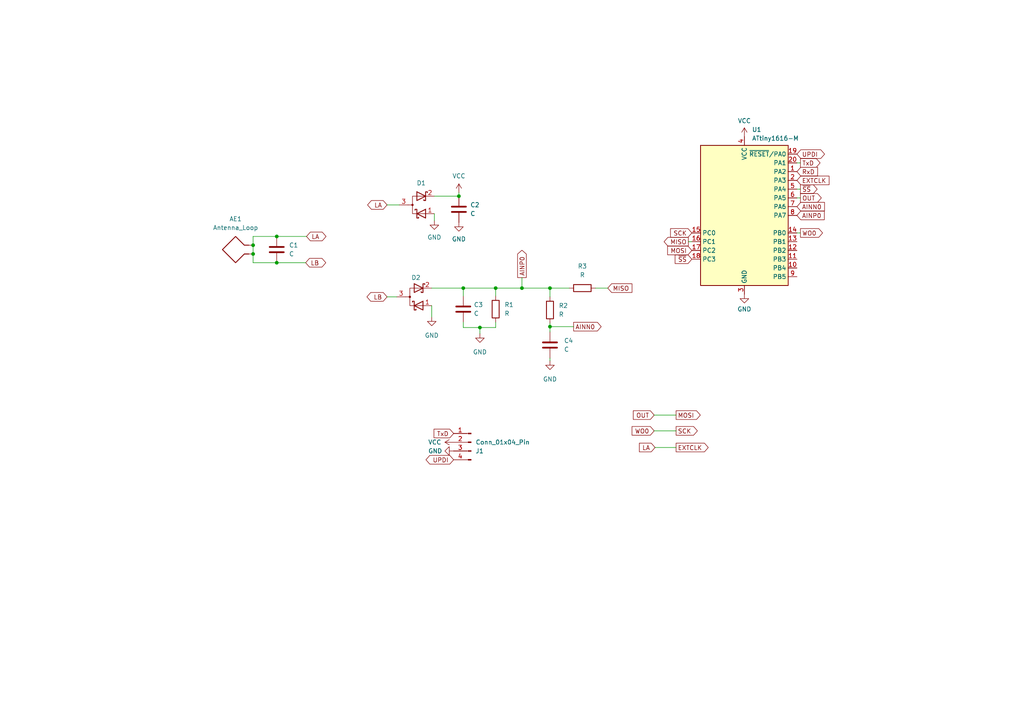
<source format=kicad_sch>
(kicad_sch (version 20250114) (generator "eeschema") (generator_version "9.0")
  (paper "A4")
  (lib_symbols
    (symbol "Connector:Conn_01x04_Pin" (pin_names (offset 1.016) (hide yes))
      (property "Reference" "J" (at 0 5.08 0))
      (property "Value" "Conn_01x04_Pin" (at 0 -7.62 0))
      (symbol "Conn_01x04_Pin_1_1"
        (rectangle (start 0.8636 2.667) (end 0 2.413) (stroke (width 0.1524)) (fill (type outline)))
        (rectangle (start 0.8636 0.127) (end 0 -0.127) (stroke (width 0.1524)) (fill (type outline)))
        (rectangle (start 0.8636 -2.413) (end 0 -2.667) (stroke (width 0.1524)) (fill (type outline)))
        (rectangle (start 0.8636 -4.953) (end 0 -5.207) (stroke (width 0.1524)) (fill (type outline)))
        (polyline (pts (xy 1.27 2.54) (xy 0.8636 2.54)) (stroke (width 0.1524)))
        (polyline (pts (xy 1.27 0) (xy 0.8636 0)) (stroke (width 0.1524)))
        (polyline (pts (xy 1.27 -2.54) (xy 0.8636 -2.54)) (stroke (width 0.1524)))
        (polyline (pts (xy 1.27 -5.08) (xy 0.8636 -5.08)) (stroke (width 0.1524)))
        (pin passive line (at 5.08 2.54 180) (length 3.81) (name "Pin_1") (number "1"))
        (pin passive line (at 5.08 0 180) (length 3.81) (name "Pin_2") (number "2"))
        (pin passive line (at 5.08 -2.54 180) (length 3.81) (name "Pin_3") (number "3"))
        (pin passive line (at 5.08 -5.08 180) (length 3.81) (name "Pin_4") (number "4"))
      )
    )
    (symbol "Device:Antenna_Loop" (pin_numbers (hide yes)) (pin_names (offset 1.016) (hide yes))
      (property "Reference" "AE" (at 1.27 6.35 0))
      (property "Value" "Antenna_Loop" (at 1.27 5.08 0))
      (symbol "Antenna_Loop_0_1"
        (polyline (pts (xy 2.54 -3.81) (xy 2.54 -2.54) (xy 5.08 0) (xy 1.27 3.81) (xy -2.54 0) (xy 0 -2.54) (xy 0 -3.81)) (stroke (width 0.254)))
      )
      (symbol "Antenna_Loop_1_1"
        (pin input line (at 0 -5.08 90) (length 2.54) (name "~") (number "1"))
        (pin input line (at 2.54 -5.08 90) (length 2.54) (name "~") (number "2"))
      )
    )
    (symbol "Device:C" (pin_numbers (hide yes)) (pin_names (offset 0.254))
      (property "Reference" "C" (at 0.635 2.54 0))
      (property "Value" "C" (at 0.635 -2.54 0))
      (symbol "C_0_1"
        (polyline (pts (xy -2.032 0.762) (xy 2.032 0.762)) (stroke (width 0.508)))
        (polyline (pts (xy -2.032 -0.762) (xy 2.032 -0.762)) (stroke (width 0.508)))
      )
      (symbol "C_1_1"
        (pin passive line (at 0 3.81 270) (length 2.794) (name "~") (number "1"))
        (pin passive line (at 0 -3.81 90) (length 2.794) (name "~") (number "2"))
      )
    )
    (symbol "Device:D_Schottky_Dual_Series_AKC_Parallel" (pin_names (offset 0.762) (hide yes))
      (property "Reference" "D" (at 0 5.08 0))
      (property "Value" "D_Schottky_Dual_Series_AKC_Parallel" (at 0 -5.08 0))
      (symbol "D_Schottky_Dual_Series_AKC_Parallel_0_1"
        (circle (center -1.27 0) (radius 0.254) (fill (type outline)))
        (polyline (pts (xy -1.27 0) (xy -2.54 0)))
        (polyline (pts (xy -0.508 -1.524) (xy -0.508 -1.27) (xy 0 -1.27) (xy 0 -3.81) (xy 0.508 -3.81) (xy 0.508 -3.556)) (stroke (width 0.254)))
        (polyline (pts (xy 0 3.81) (xy 2.54 2.54) (xy 0 1.27) (xy 0 3.81) (xy 0 3.81) (xy 0 3.81)) (stroke (width 0.254)))
        (polyline (pts (xy 2.54 2.54) (xy -1.27 2.54) (xy -1.27 -2.54) (xy 2.54 -2.54)))
        (polyline (pts (xy 2.54 -1.27) (xy 0 -2.54) (xy 2.54 -3.81) (xy 2.54 -1.27) (xy 2.54 -1.27) (xy 2.54 -1.27)) (stroke (width 0.254)))
        (polyline (pts (xy 3.048 3.556) (xy 3.048 3.81) (xy 2.54 3.81) (xy 2.54 1.27) (xy 2.032 1.27) (xy 2.032 1.524)) (stroke (width 0.254)))
        (pin passive line (at -5.08 0 0) (length 2.54) (name "A") (number "3"))
        (pin passive line (at 5.08 2.54 180) (length 2.54) (name "K") (number "2"))
        (pin passive line (at 5.08 -2.54 180) (length 2.54) (name "K") (number "1"))
      )
    )
    (symbol "Device:R" (pin_numbers (hide yes)) (pin_names (offset 0))
      (property "Reference" "R" (at 2.032 0 90))
      (property "Value" "R" (at 0 0 90))
      (symbol "R_0_1"
        (rectangle (start -1.016 -2.54) (end 1.016 2.54) (stroke (width 0.254)))
      )
      (symbol "R_1_1"
        (pin passive line (at 0 3.81 270) (length 1.27) (name "~") (number "1"))
        (pin passive line (at 0 -3.81 90) (length 1.27) (name "~") (number "2"))
      )
    )
    (symbol "MCU_Microchip_ATtiny:ATtiny1616-M"
      (property "Reference" "U" (at -12.7 21.59 0))
      (property "Value" "ATtiny1616-M" (at 2.54 -21.59 0))
      (symbol "ATtiny1616-M_0_1"
        (rectangle (start -12.7 -20.32) (end 12.7 20.32) (stroke (width 0.254)) (fill (type background)))
      )
      (symbol "ATtiny1616-M_1_1"
        (pin bidirectional line (at -15.24 -5.08 0) (length 2.54) (name "PC0") (number "15"))
        (pin bidirectional line (at -15.24 -7.62 0) (length 2.54) (name "PC1") (number "16"))
        (pin bidirectional line (at -15.24 -10.16 0) (length 2.54) (name "PC2") (number "17"))
        (pin bidirectional line (at -15.24 -12.7 0) (length 2.54) (name "PC3") (number "18"))
        (pin power_in line (at 0 22.86 270) (length 2.54) (name "VCC") (number "4"))
        (pin passive line (at 0 -22.86 90) (length 2.54) (hide yes) (name "GND") (number "21"))
        (pin power_in line (at 0 -22.86 90) (length 2.54) (name "GND") (number "3"))
        (pin bidirectional line (at 15.24 17.78 180) (length 2.54) (name "~{RESET}/PA0") (number "19"))
        (pin bidirectional line (at 15.24 15.24 180) (length 2.54) (name "PA1") (number "20"))
        (pin bidirectional line (at 15.24 12.7 180) (length 2.54) (name "PA2") (number "1"))
        (pin bidirectional line (at 15.24 10.16 180) (length 2.54) (name "PA3") (number "2"))
        (pin bidirectional line (at 15.24 7.62 180) (length 2.54) (name "PA4") (number "5"))
        (pin bidirectional line (at 15.24 5.08 180) (length 2.54) (name "PA5") (number "6"))
        (pin bidirectional line (at 15.24 2.54 180) (length 2.54) (name "PA6") (number "7"))
        (pin bidirectional line (at 15.24 0 180) (length 2.54) (name "PA7") (number "8"))
        (pin bidirectional line (at 15.24 -5.08 180) (length 2.54) (name "PB0") (number "14"))
        (pin bidirectional line (at 15.24 -7.62 180) (length 2.54) (name "PB1") (number "13"))
        (pin bidirectional line (at 15.24 -10.16 180) (length 2.54) (name "PB2") (number "12"))
        (pin bidirectional line (at 15.24 -12.7 180) (length 2.54) (name "PB3") (number "11"))
        (pin bidirectional line (at 15.24 -15.24 180) (length 2.54) (name "PB4") (number "10"))
        (pin bidirectional line (at 15.24 -17.78 180) (length 2.54) (name "PB5") (number "9"))
      )
    )
    (symbol "power:GND" (power) (pin_names (offset 0))
      (property "Value" "GND" (at 0 -3.81 0))
      (symbol "GND_0_1"
        (polyline (pts (xy 0 0) (xy 0 -1.27) (xy 1.27 -1.27) (xy 0 -2.54) (xy -1.27 -1.27) (xy 0 -1.27)))
      )
      (symbol "GND_1_1"
        (pin power_in line (at 0 0 270) (length 0) (hide yes) (name "GND") (number "1"))
      )
    )
    (symbol "power:VCC" (power) (pin_names (offset 0))
      (property "Value" "VCC" (at 0 3.81 0))
      (symbol "VCC_0_1"
        (polyline (pts (xy -0.762 1.27) (xy 0 2.54)))
        (polyline (pts (xy 0 2.54) (xy 0.762 1.27)))
        (polyline (pts (xy 0 0) (xy 0 2.54)))
      )
      (symbol "VCC_1_1"
        (pin power_in line (at 0 0 90) (length 0) (hide yes) (name "VCC") (number "1"))
      )
    )
  )
  (junction (at 139.192 94.996))
  (junction (at 151.384 83.566))
  (junction (at 143.764 83.566))
  (junction (at 73.406 71.12))
  (junction (at 159.512 94.742))
  (junction (at 80.264 76.2))
  (junction (at 80.264 68.58))
  (junction (at 73.406 73.66))
  (junction (at 159.512 83.566))
  (junction (at 133.096 56.896))
  (junction (at 134.366 83.566))
  (wire (pts (xy 151.384 80.518) (xy 151.384 83.566)))
  (wire (pts (xy 134.366 83.566) (xy 134.366 85.852)))
  (wire (pts (xy 134.366 94.996) (xy 134.366 93.472)))
  (wire (pts (xy 176.276 83.566) (xy 172.72 83.566)))
  (wire (pts (xy 125.222 91.948) (xy 125.222 88.646)))
  (wire (pts (xy 139.192 96.774) (xy 139.192 94.996)))
  (wire (pts (xy 165.1 83.566) (xy 159.512 83.566)))
  (wire (pts (xy 139.192 94.996) (xy 134.366 94.996)))
  (wire (pts (xy 73.406 73.66) (xy 73.406 76.2)))
  (wire (pts (xy 112.268 59.436) (xy 115.824 59.436)))
  (wire (pts (xy 73.406 71.12) (xy 73.406 73.66)))
  (wire (pts (xy 143.764 83.566) (xy 151.384 83.566)))
  (wire (pts (xy 125.984 56.896) (xy 133.096 56.896)))
  (wire (pts (xy 73.406 68.58) (xy 80.264 68.58)))
  (wire (pts (xy 88.9 68.58) (xy 80.264 68.58)))
  (wire (pts (xy 133.096 55.88) (xy 133.096 56.896)))
  (wire (pts (xy 143.764 94.996) (xy 139.192 94.996)))
  (wire (pts (xy 143.764 83.566) (xy 134.366 83.566)))
  (wire (pts (xy 189.992 129.794) (xy 196.088 129.794)))
  (wire (pts (xy 73.406 76.2) (xy 80.264 76.2)))
  (wire (pts (xy 125.222 83.566) (xy 134.366 83.566)))
  (wire (pts (xy 199.644 70.104) (xy 200.66 70.104)))
  (wire (pts (xy 159.512 103.886) (xy 159.512 104.648)))
  (wire (pts (xy 231.14 54.864) (xy 232.156 54.864)))
  (wire (pts (xy 115.062 86.106) (xy 112.268 86.106)))
  (wire (pts (xy 159.512 86.106) (xy 159.512 83.566)))
  (wire (pts (xy 80.264 76.2) (xy 88.646 76.2)))
  (wire (pts (xy 125.984 64.008) (xy 125.984 61.976)))
  (wire (pts (xy 73.406 71.12) (xy 73.406 68.58)))
  (wire (pts (xy 143.764 85.852) (xy 143.764 83.566)))
  (wire (pts (xy 159.512 83.566) (xy 151.384 83.566)))
  (wire (pts (xy 232.156 67.564) (xy 231.14 67.564)))
  (wire (pts (xy 143.764 94.996) (xy 143.764 93.472)))
  (wire (pts (xy 159.512 93.726) (xy 159.512 94.742)))
  (wire (pts (xy 159.512 94.742) (xy 159.512 96.266)))
  (wire (pts (xy 189.738 124.968) (xy 196.088 124.968)))
  (wire (pts (xy 232.156 57.404) (xy 231.14 57.404)))
  (wire (pts (xy 232.156 47.244) (xy 231.14 47.244)))
  (wire (pts (xy 166.37 94.742) (xy 159.512 94.742)))
  (wire (pts (xy 189.738 120.396) (xy 196.088 120.396)))
  (global_label "LA" (shape input) (at 189.992 129.794 180) (property "Intersheetrefs" "${INTERSHEET_REFS}" (effects (hide yes))))
  (global_label "LA" (shape bidirectional) (at 88.9 68.58 0) (property "Intersheetrefs" "${INTERSHEET_REFS}" (effects (hide yes))))
  (global_label "AINN0" (shape input) (at 231.14 59.944 0) (property "Intersheetrefs" "${INTERSHEET_REFS}" (effects (hide yes))))
  (global_label "WO0" (shape output) (at 232.156 67.564 0) (property "Intersheetrefs" "${INTERSHEET_REFS}" (effects (hide yes))))
  (global_label "MOSI" (shape output) (at 196.088 120.396 0) (property "Intersheetrefs" "${INTERSHEET_REFS}" (effects (hide yes))))
  (global_label "LA" (shape bidirectional) (at 112.268 59.436 180) (property "Intersheetrefs" "${INTERSHEET_REFS}" (effects (hide yes))))
  (global_label "RxD" (shape input) (at 231.14 49.784 0) (property "Intersheetrefs" "${INTERSHEET_REFS}" (effects (hide yes))))
  (global_label "AINP0" (shape output) (at 151.384 80.518 90) (property "Intersheetrefs" "${INTERSHEET_REFS}" (effects (hide yes))))
  (global_label "WO0" (shape input) (at 189.738 124.968 180) (property "Intersheetrefs" "${INTERSHEET_REFS}" (effects (hide yes))))
  (global_label "EXTCLK" (shape input) (at 231.14 52.324 0) (property "Intersheetrefs" "${INTERSHEET_REFS}" (effects (hide yes))))
  (global_label "LB" (shape bidirectional) (at 88.646 76.2 0) (property "Intersheetrefs" "${INTERSHEET_REFS}" (effects (hide yes))))
  (global_label "OUT" (shape input) (at 189.738 120.396 180) (property "Intersheetrefs" "${INTERSHEET_REFS}" (effects (hide yes))))
  (global_label "EXTCLK" (shape output) (at 196.088 129.794 0) (property "Intersheetrefs" "${INTERSHEET_REFS}" (effects (hide yes))))
  (global_label "UPDI" (shape bidirectional) (at 231.14 44.704 0) (property "Intersheetrefs" "${INTERSHEET_REFS}" (effects (hide yes))))
  (global_label "SCK" (shape input) (at 200.66 67.564 180) (property "Intersheetrefs" "${INTERSHEET_REFS}" (effects (hide yes))))
  (global_label "MISO" (shape output) (at 199.644 70.104 180) (property "Intersheetrefs" "${INTERSHEET_REFS}" (effects (hide yes))))
  (global_label "MISO" (shape input) (at 176.276 83.566 0) (property "Intersheetrefs" "${INTERSHEET_REFS}" (effects (hide yes))))
  (global_label "MOSI" (shape input) (at 200.66 72.644 180) (property "Intersheetrefs" "${INTERSHEET_REFS}" (effects (hide yes))))
  (global_label "TxD" (shape input) (at 131.572 125.73 180) (property "Intersheetrefs" "${INTERSHEET_REFS}" (effects (hide yes))))
  (global_label "UPDI" (shape bidirectional) (at 131.572 133.35 180) (property "Intersheetrefs" "${INTERSHEET_REFS}" (effects (hide yes))))
  (global_label "LB" (shape bidirectional) (at 112.268 86.106 180) (property "Intersheetrefs" "${INTERSHEET_REFS}" (effects (hide yes))))
  (global_label "TxD" (shape output) (at 232.156 47.244 0) (property "Intersheetrefs" "${INTERSHEET_REFS}" (effects (hide yes))))
  (global_label "~{SS}" (shape output) (at 232.156 54.864 0) (property "Intersheetrefs" "${INTERSHEET_REFS}" (effects (hide yes))))
  (global_label "AINP0" (shape input) (at 231.14 62.484 0) (property "Intersheetrefs" "${INTERSHEET_REFS}" (effects (hide yes))))
  (global_label "AINN0" (shape output) (at 166.37 94.742 0) (property "Intersheetrefs" "${INTERSHEET_REFS}" (effects (hide yes))))
  (global_label "SCK" (shape output) (at 196.088 124.968 0) (property "Intersheetrefs" "${INTERSHEET_REFS}" (effects (hide yes))))
  (global_label "~{SS}" (shape input) (at 200.66 75.184 180) (property "Intersheetrefs" "${INTERSHEET_REFS}" (effects (hide yes))))
  (global_label "OUT" (shape output) (at 232.156 57.404 0) (property "Intersheetrefs" "${INTERSHEET_REFS}" (effects (hide yes))))
  (symbol (lib_id "power:VCC") (at 131.572 128.27 90) (unit 1)
    (property "Reference" "#PWR010" (effects (hide yes)))
    (property "Value" "VCC" (at 128.016 128.27 90) (effects (justify left)))
  )
  (symbol (lib_id "power:GND") (at 215.9 85.344 0) (unit 1)
    (property "Reference" "#PWR05" (effects (hide yes)))
    (property "Value" "GND" (at 215.9 89.662 0))
  )
  (symbol (lib_id "Device:C") (at 159.512 100.076 0) (unit 1)
    (property "Reference" "C4" (at 163.576 98.806 0) (effects (justify left)))
    (property "Value" "C" (at 163.576 101.346 0) (effects (justify left)))
    (property "Footprint" "Capacitor_SMD:C_0402_1005Metric" (effects (hide yes)))
  )
  (symbol (lib_id "power:GND") (at 125.984 64.008 0) (unit 1)
    (property "Reference" "#PWR06" (effects (hide yes)))
    (property "Value" "GND" (at 125.984 68.834 0))
  )
  (symbol (lib_id "Device:C") (at 134.366 89.662 0) (unit 1)
    (property "Reference" "C3" (at 137.414 88.392 0) (effects (justify left)))
    (property "Value" "C" (at 137.414 90.932 0) (effects (justify left)))
    (property "Footprint" "Capacitor_SMD:C_0402_1005Metric" (effects (hide yes)))
  )
  (symbol (lib_id "Device:Antenna_Loop") (at 68.326 73.66 90) (unit 1)
    (property "Reference" "AE1" (at 68.326 63.5 90))
    (property "Value" "Antenna_Loop" (at 68.326 66.04 90))
    (property "Footprint" "Connector_PinHeader_2.54mm:PinHeader_1x02_P2.54mm_Vertical" (effects (hide yes)))
  )
  (symbol (lib_id "Device:C") (at 80.264 72.39 0) (unit 1)
    (property "Reference" "C1" (at 83.82 71.12 0) (effects (justify left)))
    (property "Value" "C" (at 83.82 73.66 0) (effects (justify left)))
    (property "Footprint" "Capacitor_SMD:C_0402_1005Metric" (effects (hide yes)))
  )
  (symbol (lib_id "power:VCC") (at 133.096 55.88 0) (unit 1)
    (property "Reference" "#PWR02" (effects (hide yes)))
    (property "Value" "VCC" (at 133.096 51.054 0))
  )
  (symbol (lib_id "Device:C") (at 133.096 60.706 0) (unit 1)
    (property "Reference" "C2" (at 136.398 59.436 0) (effects (justify left)))
    (property "Value" "C" (at 136.398 61.976 0) (effects (justify left)))
    (property "Footprint" "Capacitor_SMD:C_0402_1005Metric" (effects (hide yes)))
  )
  (symbol (lib_id "Device:R") (at 168.91 83.566 90) (unit 1)
    (property "Reference" "R3" (at 168.91 77.216 90))
    (property "Value" "R" (at 168.91 79.756 90))
    (property "Footprint" "Resistor_SMD:R_0402_1005Metric" (effects (hide yes)))
  )
  (symbol (lib_id "Device:D_Schottky_Dual_Series_AKC_Parallel") (at 120.904 59.436 0) (unit 1)
    (property "Reference" "D1" (at 122.174 53.086 0))
    (property "Value" "D_Schottky_Dual_Series_AKC_Parallel" (effects (hide yes)))
    (property "Footprint" "Package_TO_SOT_SMD:SOT-523" (effects (hide yes)))
  )
  (symbol (lib_id "power:GND") (at 139.192 96.774 0) (unit 1)
    (property "Reference" "#PWR03" (effects (hide yes)))
    (property "Value" "GND" (at 139.192 102.108 0))
  )
  (symbol (lib_id "power:GND") (at 125.222 91.948 0) (unit 1)
    (property "Reference" "#PWR07" (effects (hide yes)))
    (property "Value" "GND" (at 125.222 97.282 0))
  )
  (symbol (lib_id "MCU_Microchip_ATtiny:ATtiny1616-M") (at 215.9 62.484 0) (unit 1)
    (property "Reference" "U1" (at 218.0941 37.592 0) (effects (justify left)))
    (property "Value" "ATtiny1616-M" (at 218.0941 40.132 0) (effects (justify left)))
    (property "Footprint" "Package_DFN_QFN:VQFN-20-1EP_3x3mm_P0.4mm_EP1.7x1.7mm" (effects (hide yes)))
    (property "Datasheet" "http://ww1.microchip.com/downloads/en/DeviceDoc/ATtiny3216_ATtiny1616-data-sheet-40001997B.pdf" (effects (hide yes)))
  )
  (symbol (lib_id "power:VCC") (at 215.9 39.624 0) (unit 1)
    (property "Reference" "#PWR04" (effects (hide yes)))
    (property "Value" "VCC" (at 215.9 35.052 0))
  )
  (symbol (lib_id "Device:D_Schottky_Dual_Series_AKC_Parallel") (at 120.142 86.106 0) (unit 1)
    (property "Reference" "D2" (at 120.65 80.518 0))
    (property "Value" "D_Schottky_Dual_Series_AKC_Parallel" (effects (hide yes)))
    (property "Footprint" "Package_TO_SOT_SMD:SOT-523" (effects (hide yes)))
  )
  (symbol (lib_id "Device:R") (at 159.512 89.916 0) (unit 1)
    (property "Reference" "R2" (at 162.052 88.646 0) (effects (justify left)))
    (property "Value" "R" (at 162.052 91.186 0) (effects (justify left)))
    (property "Footprint" "Resistor_SMD:R_0402_1005Metric" (effects (hide yes)))
  )
  (symbol (lib_id "power:GND") (at 159.512 104.648 0) (unit 1)
    (property "Reference" "#PWR08" (effects (hide yes)))
    (property "Value" "GND" (at 159.512 109.982 0))
  )
  (symbol (lib_id "Device:R") (at 143.764 89.662 0) (unit 1)
    (property "Reference" "R1" (at 146.304 88.392 0) (effects (justify left)))
    (property "Value" "R" (at 146.304 90.932 0) (effects (justify left)))
    (property "Footprint" "Resistor_SMD:R_0402_1005Metric" (effects (hide yes)))
  )
  (symbol (lib_id "power:GND") (at 131.572 130.81 270) (unit 1)
    (property "Reference" "#PWR09" (effects (hide yes)))
    (property "Value" "GND" (at 128.27 130.81 90) (effects (justify right)))
  )
  (symbol (lib_id "Connector:Conn_01x04_Pin") (at 136.652 128.27 0) (mirror y) (unit 1)
    (property "Reference" "J1" (at 137.922 130.81 0) (effects (justify right)))
    (property "Value" "Conn_01x04_Pin" (at 137.922 128.27 0) (effects (justify right)))
    (property "Footprint" "Connector_PinHeader_2.54mm:PinHeader_1x04_P2.54mm_Vertical" (effects (hide yes)))
  )
  (symbol (lib_id "power:GND") (at 133.096 64.516 0) (unit 1)
    (property "Reference" "#PWR01" (effects (hide yes)))
    (property "Value" "GND" (at 133.096 69.342 0))
  )
)
</source>
